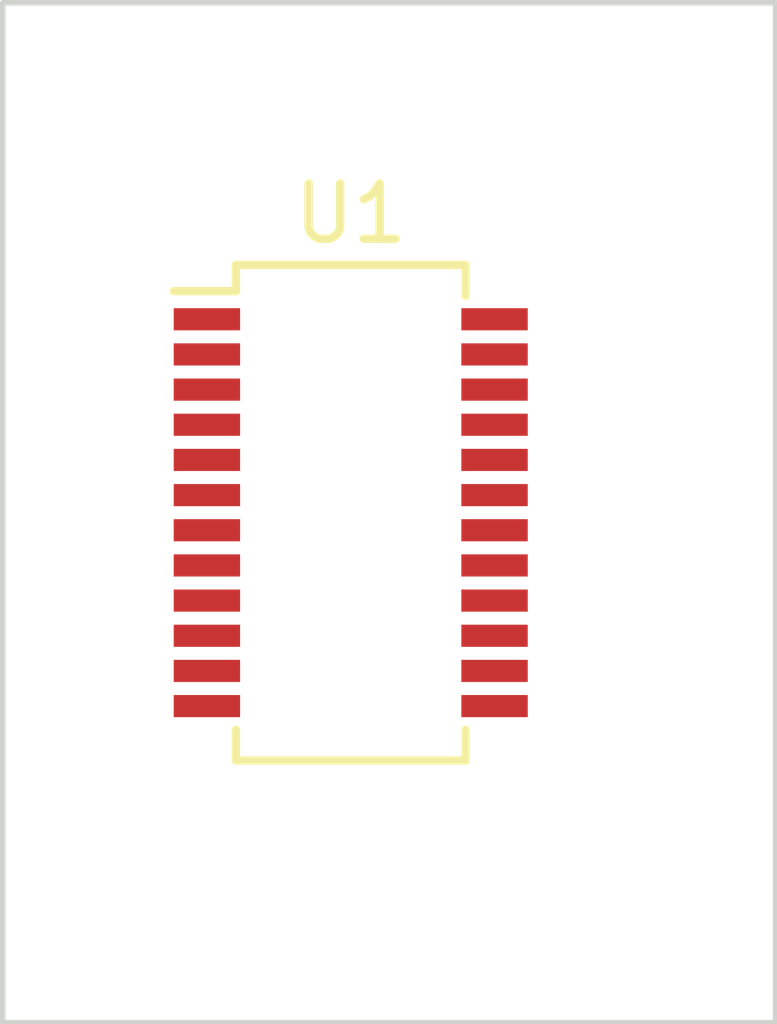
<source format=kicad_pcb>
(kicad_pcb (version 20221018) (generator pcbnew)
  (title_block (date "${DATE}") (rev "${VERSION}"))
  (layers (0 "F.Cu" signal) (31 "B.Cu" signal) (34 "B.Paste" user) (35 "F.Paste" user) (36 "B.SilkS" user "B.Silkscreen") (37 "F.SilkS" user "F.Silkscreen") (38 "B.Mask" user) (39 "F.Mask" user) (44 "Edge.Cuts" user))
  (net 0 "")
  (footprint "Package_SO:SSOP-24_3.9x8.7mm_P0.635mm" (layer "F.Cu") (at 92.015 77.7875)
    (fp_text reference "U1" (at 0 -5.4) (layer "F.SilkS"))
    (fp_text value "DM13A")
    (fp_line (start -2.075 -4.475) (end -2.075 -4) (stroke (width 0.15)) (layer "F.SilkS"))
    (fp_line (start -2.075 -4.475) (end 2.075 -4.475) (stroke (width 0.15)) (layer "F.SilkS"))
    (fp_line (start -2.075 -4) (end -3.2 -4) (stroke (width 0.15)) (layer "F.SilkS"))
    (fp_line (start -2.075 4.475) (end -2.075 3.9175) (stroke (width 0.15)) (layer "F.SilkS"))
    (fp_line (start -2.075 4.475) (end 2.075 4.475) (stroke (width 0.15)) (layer "F.SilkS"))
    (fp_line (start 2.075 -4.475) (end 2.075 -3.9175) (stroke (width 0.15)) (layer "F.SilkS"))
    (fp_line (start 2.075 4.475) (end 2.075 3.9175) (stroke (width 0.15)) (layer "F.SilkS"))
    (pad "1" smd rect (at -2.6 -3.4925) (size 1.2 0.4) (layers "F.Cu" "F.Paste" "F.Mask"))
    (pad "2" smd rect (at -2.6 -2.8575) (size 1.2 0.4) (layers "F.Cu" "F.Paste" "F.Mask"))
    (pad "3" smd rect (at -2.6 -2.2225) (size 1.2 0.4) (layers "F.Cu" "F.Paste" "F.Mask"))
    (pad "4" smd rect (at -2.6 -1.5875) (size 1.2 0.4) (layers "F.Cu" "F.Paste" "F.Mask"))
    (pad "5" smd rect (at -2.6 -0.9525) (size 1.2 0.4) (layers "F.Cu" "F.Paste" "F.Mask"))
    (pad "6" smd rect (at -2.6 -0.3175) (size 1.2 0.4) (layers "F.Cu" "F.Paste" "F.Mask"))
    (pad "7" smd rect (at -2.6 0.3175) (size 1.2 0.4) (layers "F.Cu" "F.Paste" "F.Mask"))
    (pad "8" smd rect (at -2.6 0.9525) (size 1.2 0.4) (layers "F.Cu" "F.Paste" "F.Mask"))
    (pad "9" smd rect (at -2.6 1.5875) (size 1.2 0.4) (layers "F.Cu" "F.Paste" "F.Mask"))
    (pad "10" smd rect (at -2.6 2.2225) (size 1.2 0.4) (layers "F.Cu" "F.Paste" "F.Mask"))
    (pad "11" smd rect (at -2.6 2.8575) (size 1.2 0.4) (layers "F.Cu" "F.Paste" "F.Mask"))
    (pad "12" smd rect (at -2.6 3.4925) (size 1.2 0.4) (layers "F.Cu" "F.Paste" "F.Mask"))
    (pad "13" smd rect (at 2.6 3.4925) (size 1.2 0.4) (layers "F.Cu" "F.Paste" "F.Mask"))
    (pad "14" smd rect (at 2.6 2.8575) (size 1.2 0.4) (layers "F.Cu" "F.Paste" "F.Mask"))
    (pad "15" smd rect (at 2.6 2.2225) (size 1.2 0.4) (layers "F.Cu" "F.Paste" "F.Mask"))
    (pad "16" smd rect (at 2.6 1.5875) (size 1.2 0.4) (layers "F.Cu" "F.Paste" "F.Mask"))
    (pad "17" smd rect (at 2.6 0.9525) (size 1.2 0.4) (layers "F.Cu" "F.Paste" "F.Mask"))
    (pad "18" smd rect (at 2.6 0.3175) (size 1.2 0.4) (layers "F.Cu" "F.Paste" "F.Mask"))
    (pad "19" smd rect (at 2.6 -0.3175) (size 1.2 0.4) (layers "F.Cu" "F.Paste" "F.Mask"))
    (pad "20" smd rect (at 2.6 -0.9525) (size 1.2 0.4) (layers "F.Cu" "F.Paste" "F.Mask"))
    (pad "21" smd rect (at 2.6 -1.5875) (size 1.2 0.4) (layers "F.Cu" "F.Paste" "F.Mask"))
    (pad "22" smd rect (at 2.6 -2.2225) (size 1.2 0.4) (layers "F.Cu" "F.Paste" "F.Mask"))
    (pad "23" smd rect (at 2.6 -2.8575) (size 1.2 0.4) (layers "F.Cu" "F.Paste" "F.Mask"))
    (pad "24" smd rect (at 2.6 -3.4925) (size 1.2 0.4) (layers "F.Cu" "F.Paste" "F.Mask"))
  )
  (gr_rect (start 85.725 68.58) (end 99.695 86.995) (stroke (width 0.1)) (fill none) (layer "Edge.Cuts"))
)
</source>
